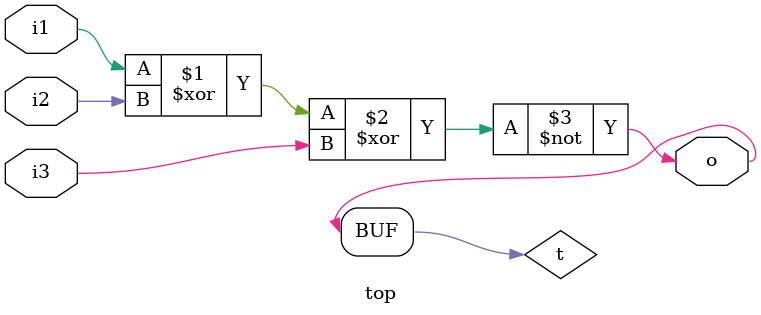
<source format=v>
module top ( i1 , i2 , i3 , o );

input i1 , i2 , i3 ;

output o ;

wire t ;

xnor ( t, i1 , i2 , i3) ;


buf ( o , t );

endmodule

</source>
